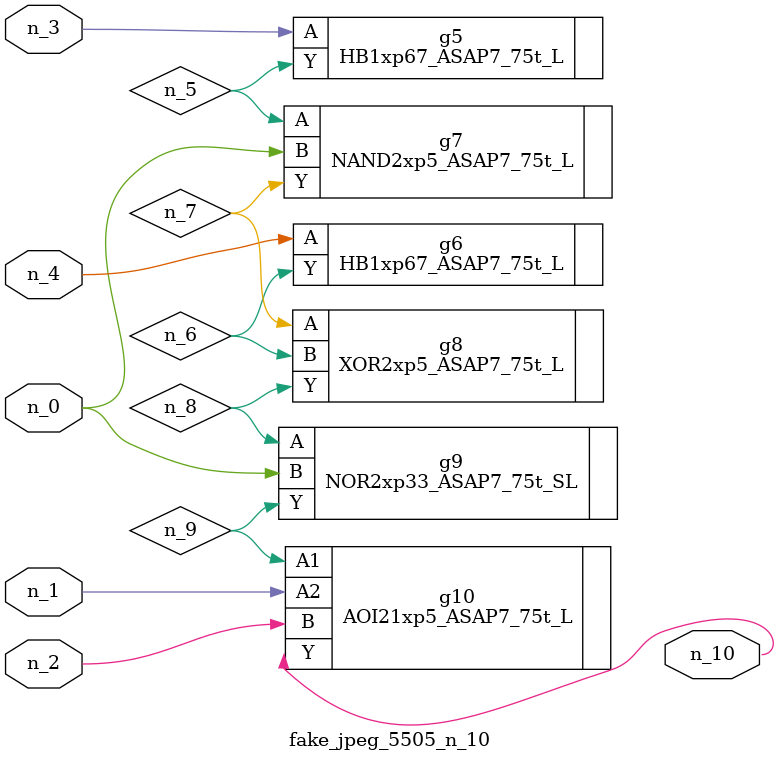
<source format=v>
module fake_jpeg_5505_n_10 (n_3, n_2, n_1, n_0, n_4, n_10);

input n_3;
input n_2;
input n_1;
input n_0;
input n_4;

output n_10;

wire n_8;
wire n_9;
wire n_6;
wire n_5;
wire n_7;

HB1xp67_ASAP7_75t_L g5 ( 
.A(n_3),
.Y(n_5)
);

HB1xp67_ASAP7_75t_L g6 ( 
.A(n_4),
.Y(n_6)
);

NAND2xp5_ASAP7_75t_L g7 ( 
.A(n_5),
.B(n_0),
.Y(n_7)
);

XOR2xp5_ASAP7_75t_L g8 ( 
.A(n_7),
.B(n_6),
.Y(n_8)
);

NOR2xp33_ASAP7_75t_SL g9 ( 
.A(n_8),
.B(n_0),
.Y(n_9)
);

AOI21xp5_ASAP7_75t_L g10 ( 
.A1(n_9),
.A2(n_1),
.B(n_2),
.Y(n_10)
);


endmodule
</source>
